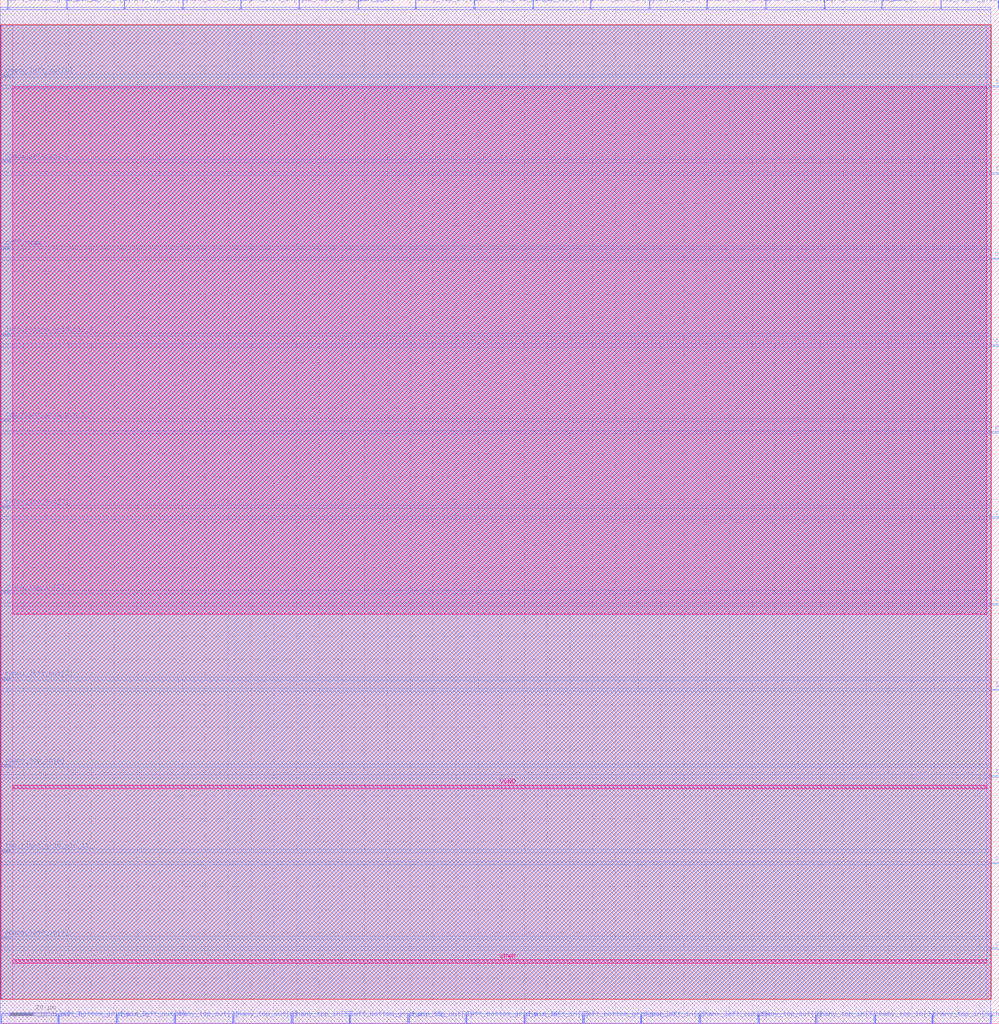
<source format=lef>
VERSION 5.7 ;
  NAMESCASESENSITIVE ON ;
  NOWIREEXTENSIONATPIN ON ;
  DIVIDERCHAR "/" ;
  BUSBITCHARS "[]" ;
UNITS
  DATABASE MICRONS 200 ;
END UNITS

MACRO sb_3__0_
  CLASS BLOCK ;
  FOREIGN sb_3__0_ ;
  ORIGIN 0.000 0.000 ;
  SIZE 438.445 BY 449.165 ;
  PIN ccff_head
    DIRECTION INPUT ;
    PORT
      LAYER met3 ;
        RECT 0.000 340.040 4.000 340.640 ;
    END
  END ccff_head
  PIN ccff_tail
    DIRECTION OUTPUT TRISTATE ;
    PORT
      LAYER met2 ;
        RECT 156.950 445.165 157.230 449.165 ;
    END
  END ccff_tail
  PIN chanx_left_in[0]
    DIRECTION INPUT ;
    PORT
      LAYER met2 ;
        RECT 105.430 445.165 105.710 449.165 ;
    END
  END chanx_left_in[0]
  PIN chanx_left_in[1]
    DIRECTION INPUT ;
    PORT
      LAYER met2 ;
        RECT 29.070 445.165 29.350 449.165 ;
    END
  END chanx_left_in[1]
  PIN chanx_left_in[2]
    DIRECTION INPUT ;
    PORT
      LAYER met2 ;
        RECT 310.130 445.165 310.410 449.165 ;
    END
  END chanx_left_in[2]
  PIN chanx_left_in[3]
    DIRECTION INPUT ;
    PORT
      LAYER met2 ;
        RECT 230.090 0.000 230.370 4.000 ;
    END
  END chanx_left_in[3]
  PIN chanx_left_in[4]
    DIRECTION INPUT ;
    PORT
      LAYER met2 ;
        RECT 281.150 0.000 281.430 4.000 ;
    END
  END chanx_left_in[4]
  PIN chanx_left_in[5]
    DIRECTION INPUT ;
    PORT
      LAYER met2 ;
        RECT 259.070 445.165 259.350 449.165 ;
    END
  END chanx_left_in[5]
  PIN chanx_left_in[6]
    DIRECTION INPUT ;
    PORT
      LAYER met3 ;
        RECT 0.000 378.120 4.000 378.720 ;
    END
  END chanx_left_in[6]
  PIN chanx_left_in[7]
    DIRECTION INPUT ;
    PORT
      LAYER met3 ;
        RECT 0.000 37.440 4.000 38.040 ;
    END
  END chanx_left_in[7]
  PIN chanx_left_in[8]
    DIRECTION INPUT ;
    PORT
      LAYER met3 ;
        RECT 434.445 183.640 438.445 184.240 ;
    END
  END chanx_left_in[8]
  PIN chanx_left_out[0]
    DIRECTION OUTPUT TRISTATE ;
    PORT
      LAYER met2 ;
        RECT 80.130 445.165 80.410 449.165 ;
    END
  END chanx_left_out[0]
  PIN chanx_left_out[1]
    DIRECTION OUTPUT TRISTATE ;
    PORT
      LAYER met2 ;
        RECT 306.910 0.000 307.190 4.000 ;
    END
  END chanx_left_out[1]
  PIN chanx_left_out[2]
    DIRECTION OUTPUT TRISTATE ;
    PORT
      LAYER met3 ;
        RECT 0.000 151.000 4.000 151.600 ;
    END
  END chanx_left_out[2]
  PIN chanx_left_out[3]
    DIRECTION OUTPUT TRISTATE ;
    PORT
      LAYER met2 ;
        RECT 335.890 445.165 336.170 449.165 ;
    END
  END chanx_left_out[3]
  PIN chanx_left_out[4]
    DIRECTION OUTPUT TRISTATE ;
    PORT
      LAYER met2 ;
        RECT 51.150 0.000 51.430 4.000 ;
    END
  END chanx_left_out[4]
  PIN chanx_left_out[5]
    DIRECTION OUTPUT TRISTATE ;
    PORT
      LAYER met2 ;
        RECT 434.790 0.000 435.070 4.000 ;
    END
  END chanx_left_out[5]
  PIN chanx_left_out[6]
    DIRECTION OUTPUT TRISTATE ;
    PORT
      LAYER met3 ;
        RECT 0.000 415.520 4.000 416.120 ;
    END
  END chanx_left_out[6]
  PIN chanx_left_out[7]
    DIRECTION OUTPUT TRISTATE ;
    PORT
      LAYER met3 ;
        RECT 434.445 70.080 438.445 70.680 ;
    END
  END chanx_left_out[7]
  PIN chanx_left_out[8]
    DIRECTION OUTPUT TRISTATE ;
    PORT
      LAYER met3 ;
        RECT 434.445 297.200 438.445 297.800 ;
    END
  END chanx_left_out[8]
  PIN chany_top_in[0]
    DIRECTION INPUT ;
    PORT
      LAYER met2 ;
        RECT 409.030 0.000 409.310 4.000 ;
    END
  END chany_top_in[0]
  PIN chany_top_in[1]
    DIRECTION INPUT ;
    PORT
      LAYER met2 ;
        RECT 182.250 445.165 182.530 449.165 ;
    END
  END chany_top_in[1]
  PIN chany_top_in[2]
    DIRECTION INPUT ;
    PORT
      LAYER met3 ;
        RECT 0.000 189.080 4.000 189.680 ;
    END
  END chany_top_in[2]
  PIN chany_top_in[3]
    DIRECTION INPUT ;
    PORT
      LAYER met2 ;
        RECT 383.730 0.000 384.010 4.000 ;
    END
  END chany_top_in[3]
  PIN chany_top_in[4]
    DIRECTION INPUT ;
    PORT
      LAYER met2 ;
        RECT 284.830 445.165 285.110 449.165 ;
    END
  END chany_top_in[4]
  PIN chany_top_in[5]
    DIRECTION INPUT ;
    PORT
      LAYER met2 ;
        RECT 127.970 0.000 128.250 4.000 ;
    END
  END chany_top_in[5]
  PIN chany_top_in[6]
    DIRECTION INPUT ;
    PORT
      LAYER met2 ;
        RECT 233.770 445.165 234.050 449.165 ;
    END
  END chany_top_in[6]
  PIN chany_top_in[7]
    DIRECTION INPUT ;
    PORT
      LAYER met2 ;
        RECT 357.970 0.000 358.250 4.000 ;
    END
  END chany_top_in[7]
  PIN chany_top_in[8]
    DIRECTION INPUT ;
    PORT
      LAYER met3 ;
        RECT 0.000 112.920 4.000 113.520 ;
    END
  END chany_top_in[8]
  PIN chany_top_out[0]
    DIRECTION OUTPUT TRISTATE ;
    PORT
      LAYER met2 ;
        RECT 54.370 445.165 54.650 449.165 ;
    END
  END chany_top_out[0]
  PIN chany_top_out[1]
    DIRECTION OUTPUT TRISTATE ;
    PORT
      LAYER met2 ;
        RECT 179.030 0.000 179.310 4.000 ;
    END
  END chany_top_out[1]
  PIN chany_top_out[2]
    DIRECTION OUTPUT TRISTATE ;
    PORT
      LAYER met3 ;
        RECT 434.445 221.720 438.445 222.320 ;
    END
  END chany_top_out[2]
  PIN chany_top_out[3]
    DIRECTION OUTPUT TRISTATE ;
    PORT
      LAYER met3 ;
        RECT 0.000 226.480 4.000 227.080 ;
    END
  END chany_top_out[3]
  PIN chany_top_out[4]
    DIRECTION OUTPUT TRISTATE ;
    PORT
      LAYER met3 ;
        RECT 434.445 335.280 438.445 335.880 ;
    END
  END chany_top_out[4]
  PIN chany_top_out[5]
    DIRECTION OUTPUT TRISTATE ;
    PORT
      LAYER met3 ;
        RECT 434.445 32.680 438.445 33.280 ;
    END
  END chany_top_out[5]
  PIN chany_top_out[6]
    DIRECTION OUTPUT TRISTATE ;
    PORT
      LAYER met2 ;
        RECT 102.210 0.000 102.490 4.000 ;
    END
  END chany_top_out[6]
  PIN chany_top_out[7]
    DIRECTION OUTPUT TRISTATE ;
    PORT
      LAYER met2 ;
        RECT 76.450 0.000 76.730 4.000 ;
    END
  END chany_top_out[7]
  PIN chany_top_out[8]
    DIRECTION OUTPUT TRISTATE ;
    PORT
      LAYER met2 ;
        RECT 332.670 0.000 332.950 4.000 ;
    END
  END chany_top_out[8]
  PIN left_bottom_grid_pin_11_
    DIRECTION INPUT ;
    PORT
      LAYER met2 ;
        RECT 255.850 0.000 256.130 4.000 ;
    END
  END left_bottom_grid_pin_11_
  PIN left_bottom_grid_pin_13_
    DIRECTION INPUT ;
    PORT
      LAYER met2 ;
        RECT 204.330 0.000 204.610 4.000 ;
    END
  END left_bottom_grid_pin_13_
  PIN left_bottom_grid_pin_15_
    DIRECTION INPUT ;
    PORT
      LAYER met2 ;
        RECT 153.270 0.000 153.550 4.000 ;
    END
  END left_bottom_grid_pin_15_
  PIN left_bottom_grid_pin_1_
    DIRECTION INPUT ;
    PORT
      LAYER met2 ;
        RECT 3.310 445.165 3.590 449.165 ;
    END
  END left_bottom_grid_pin_1_
  PIN left_bottom_grid_pin_3_
    DIRECTION INPUT ;
    PORT
      LAYER met2 ;
        RECT 25.390 0.000 25.670 4.000 ;
    END
  END left_bottom_grid_pin_3_
  PIN left_bottom_grid_pin_5_
    DIRECTION INPUT ;
    PORT
      LAYER met2 ;
        RECT 361.650 445.165 361.930 449.165 ;
    END
  END left_bottom_grid_pin_5_
  PIN left_bottom_grid_pin_7_
    DIRECTION INPUT ;
    PORT
      LAYER met3 ;
        RECT 434.445 146.240 438.445 146.840 ;
    END
  END left_bottom_grid_pin_7_
  PIN left_bottom_grid_pin_9_
    DIRECTION INPUT ;
    PORT
      LAYER met3 ;
        RECT 0.000 301.960 4.000 302.560 ;
    END
  END left_bottom_grid_pin_9_
  PIN left_top_grid_pin_10_
    DIRECTION INPUT ;
    PORT
      LAYER met2 ;
        RECT 208.010 445.165 208.290 449.165 ;
    END
  END left_top_grid_pin_10_
  PIN pReset
    DIRECTION INPUT ;
    PORT
      LAYER met2 ;
        RECT 386.950 445.165 387.230 449.165 ;
    END
  END pReset
  PIN prog_clk
    DIRECTION INPUT ;
    PORT
      LAYER met3 ;
        RECT 434.445 259.120 438.445 259.720 ;
    END
  END prog_clk
  PIN top_left_grid_pin_13_
    DIRECTION INPUT ;
    PORT
      LAYER met3 ;
        RECT 434.445 108.160 438.445 108.760 ;
    END
  END top_left_grid_pin_13_
  PIN top_right_grid_pin_11_
    DIRECTION INPUT ;
    PORT
      LAYER met3 ;
        RECT 0.000 75.520 4.000 76.120 ;
    END
  END top_right_grid_pin_11_
  PIN top_right_grid_pin_13_
    DIRECTION INPUT ;
    PORT
      LAYER met2 ;
        RECT 412.710 445.165 412.990 449.165 ;
    END
  END top_right_grid_pin_13_
  PIN top_right_grid_pin_15_
    DIRECTION INPUT ;
    PORT
      LAYER met2 ;
        RECT 438.010 445.165 438.290 449.165 ;
    END
  END top_right_grid_pin_15_
  PIN top_right_grid_pin_1_
    DIRECTION INPUT ;
    PORT
      LAYER met3 ;
        RECT 0.000 264.560 4.000 265.160 ;
    END
  END top_right_grid_pin_1_
  PIN top_right_grid_pin_3_
    DIRECTION INPUT ;
    PORT
      LAYER met2 ;
        RECT 131.190 445.165 131.470 449.165 ;
    END
  END top_right_grid_pin_3_
  PIN top_right_grid_pin_5_
    DIRECTION INPUT ;
    PORT
      LAYER met3 ;
        RECT 434.445 410.760 438.445 411.360 ;
    END
  END top_right_grid_pin_5_
  PIN top_right_grid_pin_7_
    DIRECTION INPUT ;
    PORT
      LAYER met2 ;
        RECT 0.090 0.000 0.370 4.000 ;
    END
  END top_right_grid_pin_7_
  PIN top_right_grid_pin_9_
    DIRECTION INPUT ;
    PORT
      LAYER met3 ;
        RECT 434.445 372.680 438.445 373.280 ;
    END
  END top_right_grid_pin_9_
  PIN VPWR
    DIRECTION INPUT ;
    USE POWER ;
    PORT
      LAYER met5 ;
        RECT 5.520 26.490 432.860 28.090 ;
    END
  END VPWR
  PIN VGND
    DIRECTION INPUT ;
    USE GROUND ;
    PORT
      LAYER met5 ;
        RECT 5.520 103.080 432.860 104.680 ;
    END
  END VGND
  OBS
      LAYER li1 ;
        RECT 5.520 10.795 432.860 438.005 ;
      LAYER met1 ;
        RECT 0.530 10.640 434.630 438.160 ;
      LAYER met2 ;
        RECT 0.090 444.885 3.030 445.810 ;
        RECT 3.870 444.885 28.790 445.810 ;
        RECT 29.630 444.885 54.090 445.810 ;
        RECT 54.930 444.885 79.850 445.810 ;
        RECT 80.690 444.885 105.150 445.810 ;
        RECT 105.990 444.885 130.910 445.810 ;
        RECT 131.750 444.885 156.670 445.810 ;
        RECT 157.510 444.885 181.970 445.810 ;
        RECT 182.810 444.885 207.730 445.810 ;
        RECT 208.570 444.885 233.490 445.810 ;
        RECT 234.330 444.885 258.790 445.810 ;
        RECT 259.630 444.885 284.550 445.810 ;
        RECT 285.390 444.885 309.850 445.810 ;
        RECT 310.690 444.885 335.610 445.810 ;
        RECT 336.450 444.885 361.370 445.810 ;
        RECT 362.210 444.885 386.670 445.810 ;
        RECT 387.510 444.885 412.430 445.810 ;
        RECT 413.270 444.885 434.790 445.810 ;
        RECT 0.090 4.280 434.790 444.885 ;
        RECT 0.650 0.270 25.110 4.280 ;
        RECT 25.950 0.270 50.870 4.280 ;
        RECT 51.710 0.270 76.170 4.280 ;
        RECT 77.010 0.270 101.930 4.280 ;
        RECT 102.770 0.270 127.690 4.280 ;
        RECT 128.530 0.270 152.990 4.280 ;
        RECT 153.830 0.270 178.750 4.280 ;
        RECT 179.590 0.270 204.050 4.280 ;
        RECT 204.890 0.270 229.810 4.280 ;
        RECT 230.650 0.270 255.570 4.280 ;
        RECT 256.410 0.270 280.870 4.280 ;
        RECT 281.710 0.270 306.630 4.280 ;
        RECT 307.470 0.270 332.390 4.280 ;
        RECT 333.230 0.270 357.690 4.280 ;
        RECT 358.530 0.270 383.450 4.280 ;
        RECT 384.290 0.270 408.750 4.280 ;
        RECT 409.590 0.270 434.510 4.280 ;
      LAYER met3 ;
        RECT 0.270 416.520 434.890 438.085 ;
        RECT 4.400 415.120 434.890 416.520 ;
        RECT 0.270 411.760 434.890 415.120 ;
        RECT 0.270 410.360 434.045 411.760 ;
        RECT 0.270 379.120 434.890 410.360 ;
        RECT 4.400 377.720 434.890 379.120 ;
        RECT 0.270 373.680 434.890 377.720 ;
        RECT 0.270 372.280 434.045 373.680 ;
        RECT 0.270 341.040 434.890 372.280 ;
        RECT 4.400 339.640 434.890 341.040 ;
        RECT 0.270 336.280 434.890 339.640 ;
        RECT 0.270 334.880 434.045 336.280 ;
        RECT 0.270 302.960 434.890 334.880 ;
        RECT 4.400 301.560 434.890 302.960 ;
        RECT 0.270 298.200 434.890 301.560 ;
        RECT 0.270 296.800 434.045 298.200 ;
        RECT 0.270 265.560 434.890 296.800 ;
        RECT 4.400 264.160 434.890 265.560 ;
        RECT 0.270 260.120 434.890 264.160 ;
        RECT 0.270 258.720 434.045 260.120 ;
        RECT 0.270 227.480 434.890 258.720 ;
        RECT 4.400 226.080 434.890 227.480 ;
        RECT 0.270 222.720 434.890 226.080 ;
        RECT 0.270 221.320 434.045 222.720 ;
        RECT 0.270 190.080 434.890 221.320 ;
        RECT 4.400 188.680 434.890 190.080 ;
        RECT 0.270 184.640 434.890 188.680 ;
        RECT 0.270 183.240 434.045 184.640 ;
        RECT 0.270 152.000 434.890 183.240 ;
        RECT 4.400 150.600 434.890 152.000 ;
        RECT 0.270 147.240 434.890 150.600 ;
        RECT 0.270 145.840 434.045 147.240 ;
        RECT 0.270 113.920 434.890 145.840 ;
        RECT 4.400 112.520 434.890 113.920 ;
        RECT 0.270 109.160 434.890 112.520 ;
        RECT 0.270 107.760 434.045 109.160 ;
        RECT 0.270 76.520 434.890 107.760 ;
        RECT 4.400 75.120 434.890 76.520 ;
        RECT 0.270 71.080 434.890 75.120 ;
        RECT 0.270 69.680 434.045 71.080 ;
        RECT 0.270 38.440 434.890 69.680 ;
        RECT 4.400 37.040 434.890 38.440 ;
        RECT 0.270 33.680 434.890 37.040 ;
        RECT 0.270 32.280 434.045 33.680 ;
        RECT 0.270 10.715 434.890 32.280 ;
      LAYER met4 ;
        RECT 0.295 10.640 434.865 438.160 ;
      LAYER met5 ;
        RECT 5.520 179.670 432.860 411.040 ;
  END
END sb_3__0_
END LIBRARY


</source>
